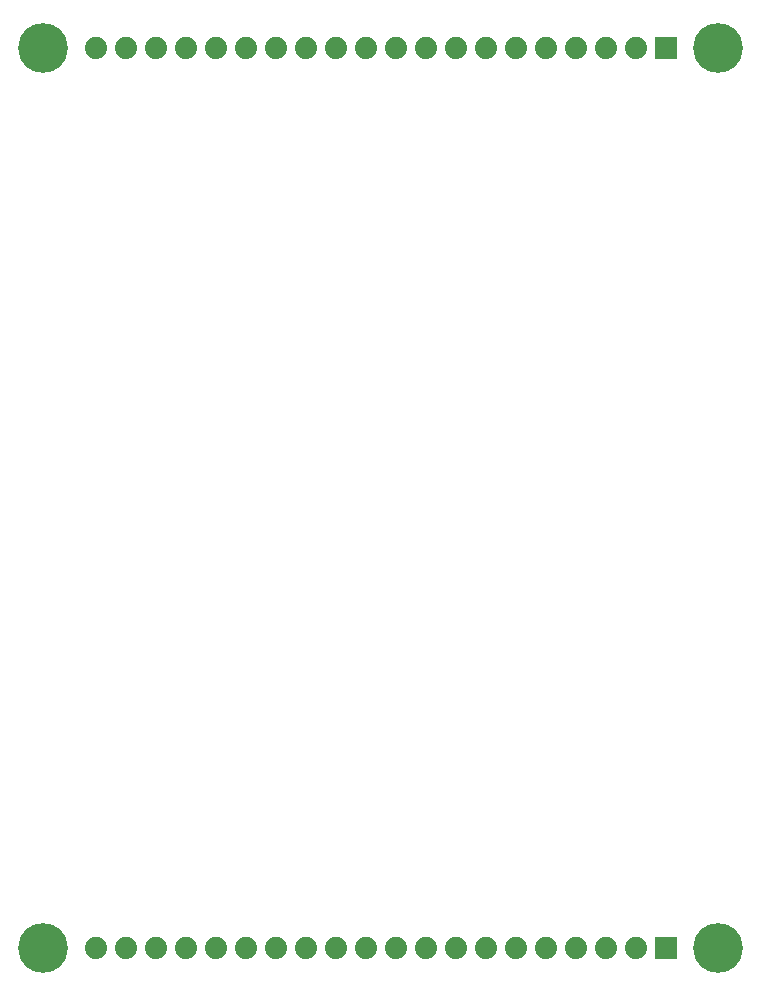
<source format=gbr>
G04 EAGLE Gerber RS-274X export*
G75*
%MOMM*%
%FSLAX34Y34*%
%LPD*%
%INSoldermask Bottom*%
%IPPOS*%
%AMOC8*
5,1,8,0,0,1.08239X$1,22.5*%
G01*
%ADD10C,4.219200*%
%ADD11R,1.879600X1.879600*%
%ADD12C,1.879600*%


D10*
X-285750Y-381000D03*
X285750Y-381000D03*
X-285750Y381000D03*
X285750Y381000D03*
D11*
X241300Y-381000D03*
D12*
X215900Y-381000D03*
X190500Y-381000D03*
X165100Y-381000D03*
X139700Y-381000D03*
X114300Y-381000D03*
X88900Y-381000D03*
X63500Y-381000D03*
X38100Y-381000D03*
X12700Y-381000D03*
X-12700Y-381000D03*
X-38100Y-381000D03*
X-63500Y-381000D03*
X-88900Y-381000D03*
X-114300Y-381000D03*
X-139700Y-381000D03*
X-165100Y-381000D03*
X-190500Y-381000D03*
X-215900Y-381000D03*
X-241300Y-381000D03*
D11*
X241300Y381000D03*
D12*
X215900Y381000D03*
X190500Y381000D03*
X165100Y381000D03*
X139700Y381000D03*
X114300Y381000D03*
X88900Y381000D03*
X63500Y381000D03*
X38100Y381000D03*
X12700Y381000D03*
X-12700Y381000D03*
X-38100Y381000D03*
X-63500Y381000D03*
X-88900Y381000D03*
X-114300Y381000D03*
X-139700Y381000D03*
X-165100Y381000D03*
X-190500Y381000D03*
X-215900Y381000D03*
X-241300Y381000D03*
M02*

</source>
